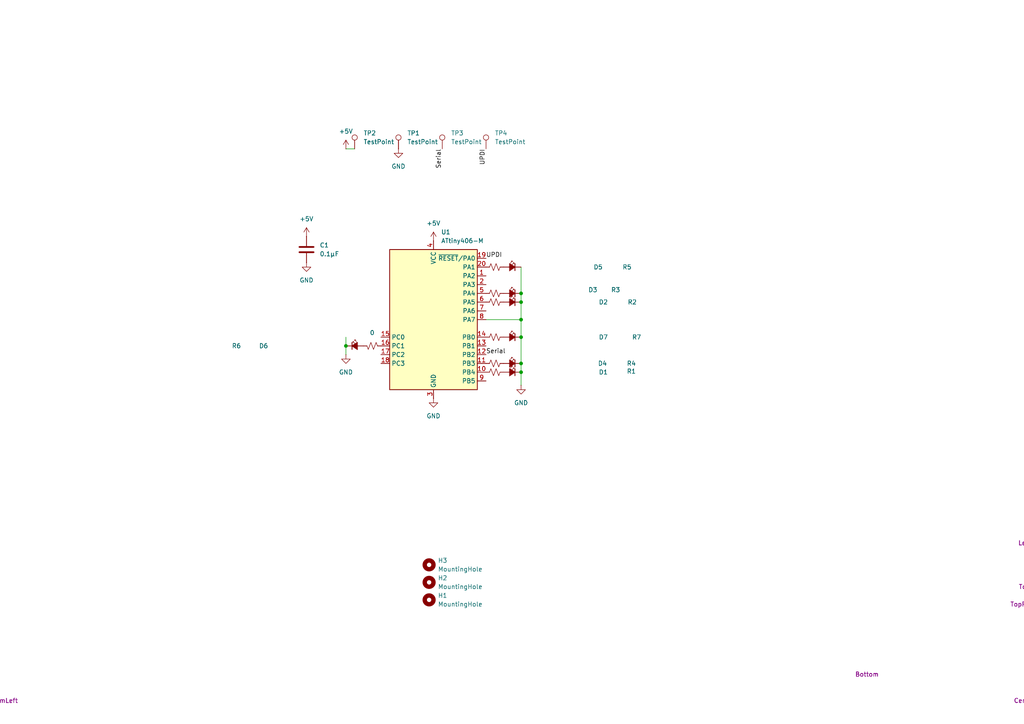
<source format=kicad_sch>
(kicad_sch (version 20231120) (generator "eeschema") (generator_version "8.0")
  (paper "A4")
  (lib_symbols
    (symbol "Connector:TestPoint" (pin_numbers hide) (pin_names (offset 0.762) hide)
      (property "Reference" "TP" (at 0 6.858 0))
      (property "Value" "TestPoint" (at 0 5.08 0))
      (symbol "TestPoint_0_1"
        (circle (center 0 3.302) (radius 0.762))
      )
      (symbol "TestPoint_1_1"
        (pin passive line (at 0 0 90) (length 2.54) (name "1") (number "1"))
      )
    )
    (symbol "Device:C" (pin_numbers hide) (pin_names (offset 0.254))
      (property "Reference" "C" (at 0.635 2.54 0))
      (property "Value" "C" (at 0.635 -2.54 0))
      (symbol "C_0_1"
        (polyline (pts (xy -2.032 -0.762) (xy 2.032 -0.762)) (stroke (width 0.508)))
        (polyline (pts (xy -2.032 0.762) (xy 2.032 0.762)) (stroke (width 0.508)))
      )
      (symbol "C_1_1"
        (pin passive line (at 0 3.81 270) (length 2.794) (name "~") (number "1"))
        (pin passive line (at 0 -3.81 90) (length 2.794) (name "~") (number "2"))
      )
    )
    (symbol "Device:LED_Small_Filled" (pin_numbers hide) (pin_names (offset 0.254) hide)
      (property "Reference" "D" (at -1.27 3.175 0))
      (property "Value" "LED_Small_Filled" (at -4.445 -2.54 0))
      (symbol "LED_Small_Filled_0_1"
        (polyline (pts (xy -0.762 -1.016) (xy -0.762 1.016)) (stroke (width 0.254)))
        (polyline (pts (xy 1.016 0) (xy -0.762 0)))
        (polyline (pts (xy 0.762 -1.016) (xy -0.762 0) (xy 0.762 1.016) (xy 0.762 -1.016)) (stroke (width 0.254)) (fill (type outline)))
        (polyline (pts (xy 0 0.762) (xy -0.508 1.27) (xy -0.254 1.27) (xy -0.508 1.27) (xy -0.508 1.016)))
        (polyline (pts (xy 0.508 1.27) (xy 0 1.778) (xy 0.254 1.778) (xy 0 1.778) (xy 0 1.524)))
      )
      (symbol "LED_Small_Filled_1_1"
        (pin passive line (at -2.54 0 0) (length 1.778) (name "K") (number "1"))
        (pin passive line (at 2.54 0 180) (length 1.778) (name "A") (number "2"))
      )
    )
    (symbol "Device:R_Small_US" (pin_numbers hide) (pin_names (offset 0.254) hide)
      (property "Reference" "R" (at 0.762 0.508 0))
      (property "Value" "R_Small_US" (at 0.762 -1.016 0))
      (symbol "R_Small_US_1_1"
        (polyline (pts (xy 0 0) (xy 1.016 -0.381) (xy 0 -0.762) (xy -1.016 -1.143) (xy 0 -1.524)))
        (polyline (pts (xy 0 1.524) (xy 1.016 1.143) (xy 0 0.762) (xy -1.016 0.381) (xy 0 0)))
        (pin passive line (at 0 2.54 270) (length 1.016) (name "~") (number "1"))
        (pin passive line (at 0 -2.54 90) (length 1.016) (name "~") (number "2"))
      )
    )
    (symbol "MCU_Microchip_ATtiny:ATtiny406-M"
      (property "Reference" "U" (at -12.7 21.59 0))
      (property "Value" "ATtiny406-M" (at 2.54 -21.59 0))
      (symbol "ATtiny406-M_0_1"
        (rectangle (start -12.7 -20.32) (end 12.7 20.32) (stroke (width 0.254)) (fill (type background)))
      )
      (symbol "ATtiny406-M_1_1"
        (pin bidirectional line (at 15.24 12.7 180) (length 2.54) (name "PA2") (number "1"))
        (pin bidirectional line (at 15.24 -15.24 180) (length 2.54) (name "PB4") (number "10"))
        (pin bidirectional line (at 15.24 -12.7 180) (length 2.54) (name "PB3") (number "11"))
        (pin bidirectional line (at 15.24 -10.16 180) (length 2.54) (name "PB2") (number "12"))
        (pin bidirectional line (at 15.24 -7.62 180) (length 2.54) (name "PB1") (number "13"))
        (pin bidirectional line (at 15.24 -5.08 180) (length 2.54) (name "PB0") (number "14"))
        (pin bidirectional line (at -15.24 -5.08 0) (length 2.54) (name "PC0") (number "15"))
        (pin bidirectional line (at -15.24 -7.62 0) (length 2.54) (name "PC1") (number "16"))
        (pin bidirectional line (at -15.24 -10.16 0) (length 2.54) (name "PC2") (number "17"))
        (pin bidirectional line (at -15.24 -12.7 0) (length 2.54) (name "PC3") (number "18"))
        (pin bidirectional line (at 15.24 17.78 180) (length 2.54) (name "~{RESET}/PA0") (number "19"))
        (pin bidirectional line (at 15.24 10.16 180) (length 2.54) (name "PA3") (number "2"))
        (pin bidirectional line (at 15.24 15.24 180) (length 2.54) (name "PA1") (number "20"))
        (pin passive line (at 0 -22.86 90) (length 2.54) hide (name "GND") (number "21"))
        (pin power_in line (at 0 -22.86 90) (length 2.54) (name "GND") (number "3"))
        (pin power_in line (at 0 22.86 270) (length 2.54) (name "VCC") (number "4"))
        (pin bidirectional line (at 15.24 7.62 180) (length 2.54) (name "PA4") (number "5"))
        (pin bidirectional line (at 15.24 5.08 180) (length 2.54) (name "PA5") (number "6"))
        (pin bidirectional line (at 15.24 2.54 180) (length 2.54) (name "PA6") (number "7"))
        (pin bidirectional line (at 15.24 0 180) (length 2.54) (name "PA7") (number "8"))
        (pin bidirectional line (at 15.24 -17.78 180) (length 2.54) (name "PB5") (number "9"))
      )
    )
    (symbol "Mechanical:MountingHole" (pin_names (offset 1.016)) (exclude_from_sim yes) (in_bom no)
      (property "Reference" "H" (at 0 5.08 0))
      (property "Value" "MountingHole" (at 0 3.175 0))
      (symbol "MountingHole_0_1"
        (circle (center 0 0) (radius 1.27) (stroke (width 1.27)))
      )
    )
    (symbol "power:+5V" (power) (pin_numbers hide) (pin_names (offset 0) hide)
      (property "Value" "+5V" (at 0 3.556 0))
      (symbol "+5V_0_1"
        (polyline (pts (xy -0.762 1.27) (xy 0 2.54)))
        (polyline (pts (xy 0 0) (xy 0 2.54)))
        (polyline (pts (xy 0 2.54) (xy 0.762 1.27)))
      )
      (symbol "+5V_1_1"
        (pin power_in line (at 0 0 90) (length 0) (name "~") (number "1"))
      )
    )
    (symbol "power:GND" (power) (pin_numbers hide) (pin_names (offset 0) hide)
      (property "Value" "GND" (at 0 -3.81 0))
      (symbol "GND_0_1"
        (polyline (pts (xy 0 0) (xy 0 -1.27) (xy 1.27 -1.27) (xy 0 -2.54) (xy -1.27 -1.27) (xy 0 -1.27)))
      )
      (symbol "GND_1_1"
        (pin power_in line (at 0 0 270) (length 0) (name "~") (number "1"))
      )
    )
  )
  (junction (at 151.13 105.41))
  (junction (at 151.13 107.95))
  (junction (at 151.13 85.09))
  (junction (at 100.33 100.33))
  (junction (at 151.13 97.79))
  (junction (at 151.13 87.63))
  (junction (at 151.13 92.71))
  (wire (pts (xy 151.13 92.71) (xy 151.13 97.79)))
  (wire (pts (xy 100.33 43.18) (xy 102.87 43.18)))
  (wire (pts (xy 151.13 77.47) (xy 151.13 85.09)))
  (wire (pts (xy 100.33 100.33) (xy 100.33 102.87)))
  (wire (pts (xy 100.33 97.79) (xy 100.33 100.33)))
  (wire (pts (xy 140.97 92.71) (xy 151.13 92.71)))
  (wire (pts (xy 151.13 87.63) (xy 151.13 92.71)))
  (wire (pts (xy 151.13 97.79) (xy 151.13 105.41)))
  (wire (pts (xy 151.13 85.09) (xy 151.13 87.63)))
  (wire (pts (xy 151.13 107.95) (xy 151.13 111.76)))
  (wire (pts (xy 151.13 105.41) (xy 151.13 107.95)))
  (label "UPDI" (at 140.97 74.93 0))
  (label "Serial" (at 128.27 43.18 270))
  (label "Serial" (at 140.97 102.87 0))
  (label "UPDI" (at 140.97 43.18 270))
  (symbol (lib_id "Device:C") (at 88.9 72.39 0) (unit 1)
    (property "Reference" "C1" (at 92.71 71.1199 0) (effects (justify left)))
    (property "Value" "0.1μF" (at 92.71 73.6599 0) (effects (justify left)))
    (property "Footprint" "JSK:R_0402_1005Metric_short_lines" (effects (hide yes)))
    (property "Description" "Unpolarized capacitor" (effects (hide yes)))
  )
  (symbol (lib_id "Device:R_Small_US") (at 143.51 77.47 90) (unit 1)
    (property "Reference" "R5" (at 181.864 77.47 90))
    (property "Value" "0" (effects (hide yes)))
    (property "Footprint" "JSK:Jumpered_R_0402_1005Metric" (effects (hide yes)))
    (property "Description" "Resistor, small US symbol" (effects (hide yes)))
  )
  (symbol (lib_id "Connector:TestPoint") (at 128.27 43.18 0) (unit 1)
    (property "Reference" "TP3" (at 130.81 38.6079 0) (effects (justify left)))
    (property "Value" "TestPoint" (at 130.81 41.1479 0) (effects (justify left)))
    (property "Footprint" "JSK:0.5mm-pogo-pad" (effects (hide yes)))
    (property "Description" "test point" (effects (hide yes)))
  )
  (symbol (lib_id "power:GND") (at 151.13 111.76 0) (unit 1)
    (property "Reference" "#PWR01009" (effects (hide yes)))
    (property "Value" "GND" (at 151.13 116.84 0))
    (property "Description" "Power symbol creates a global label with name \"GND\" , ground" (effects (hide yes)))
  )
  (symbol (lib_id "power:+5V") (at 125.73 69.85 0) (unit 1)
    (property "Reference" "#PWR01001" (effects (hide yes)))
    (property "Value" "+5V" (at 125.73 64.77 0))
    (property "Description" "Power symbol creates a global label with name \"+5V\"" (effects (hide yes)))
  )
  (symbol (lib_id "Device:LED_Small_Filled") (at 102.87 100.33 0) (unit 1)
    (property "Reference" "D6" (at 76.454 100.33 0))
    (property "Value" "LED_Small_Filled" (effects (hide yes)))
    (property "Footprint" "JSK:LED_0402_1005Metric" (effects (hide yes)))
    (property "Description" "Light emitting diode, small symbol, filled shape" (effects (hide yes)))
    (property "Position" "BottomLeft" (at 0 203.2 0))
  )
  (symbol (lib_id "Device:LED_Small_Filled") (at 148.59 105.41 0) (mirror y) (unit 1)
    (property "Reference" "D4" (at 174.752 105.41 0))
    (property "Value" "LED_Small_Filled" (effects (hide yes)))
    (property "Footprint" "JSK:LED_0402_1005Metric" (effects (hide yes)))
    (property "Description" "Light emitting diode, small symbol, filled shape" (effects (hide yes)))
    (property "Position" "Center" (at 297.18 203.2 0))
  )
  (symbol (lib_id "MCU_Microchip_ATtiny:ATtiny406-M") (at 125.73 92.71 0) (unit 1)
    (property "Reference" "U1" (at 127.9241 67.31 0) (effects (justify left)))
    (property "Value" "ATtiny406-M" (at 127.9241 69.85 0) (effects (justify left)))
    (property "Footprint" "JSK:extra_clearence_VQFN-20-1EP_3x3mm_P0.4mm_EP1.7x1.7mm" (effects (hide yes)))
    (property "Datasheet" "http://ww1.microchip.com/downloads/en/DeviceDoc/Microchip%208bit%20mcu%20AVR%20ATtiny406%20data%20sheet%2040001976A.pdf" (effects (hide yes)))
    (property "Description" "20MHz, 4kB Flash, 256B SRAM, 128B EEPROM, VQFN-20" (effects (hide yes)))
  )
  (symbol (lib_id "power:GND") (at 115.57 43.18 0) (unit 1)
    (property "Reference" "#PWR01008" (effects (hide yes)))
    (property "Value" "GND" (at 115.57 48.26 0))
    (property "Description" "Power symbol creates a global label with name \"GND\" , ground" (effects (hide yes)))
  )
  (symbol (lib_id "Device:LED_Small_Filled") (at 148.59 97.79 0) (mirror y) (unit 1)
    (property "Reference" "D7" (at 175.006 97.79 0))
    (property "Value" "LED_Small_Filled" (effects (hide yes)))
    (property "Footprint" "JSK:LED_0402_1005Metric" (effects (hide yes)))
    (property "Description" "Light emitting diode, small symbol, filled shape" (effects (hide yes)))
    (property "Position" "Bottom" (at 251.46 195.58 0))
  )
  (symbol (lib_id "Device:R_Small_US") (at 143.51 105.41 90) (unit 1)
    (property "Reference" "R4" (at 183.134 105.41 90))
    (property "Value" "0" (effects (hide yes)))
    (property "Footprint" "JSK:Jumpered_R_0402_1005Metric" (effects (hide yes)))
    (property "Description" "Resistor, small US symbol" (effects (hide yes)))
  )
  (symbol (lib_id "Device:LED_Small_Filled") (at 148.59 77.47 0) (mirror y) (unit 1)
    (property "Reference" "D5" (at 173.482 77.47 0))
    (property "Value" "LED_Small_Filled" (effects (hide yes)))
    (property "Footprint" "JSK:LED_0402_1005Metric" (effects (hide yes)))
    (property "Description" "Light emitting diode, small symbol, filled shape" (effects (hide yes)))
    (property "Position" "Left" (at 297.18 157.48 0))
  )
  (symbol (lib_id "power:+5V") (at 88.9 68.58 0) (unit 1)
    (property "Reference" "#PWR01005" (effects (hide yes)))
    (property "Value" "+5V" (at 88.9 63.5 0))
    (property "Description" "Power symbol creates a global label with name \"+5V\"" (effects (hide yes)))
  )
  (symbol (lib_id "Device:R_Small_US") (at 143.51 97.79 90) (unit 1)
    (property "Reference" "R7" (at 184.658 97.79 90))
    (property "Value" "0" (effects (hide yes)))
    (property "Footprint" "JSK:Jumpered_R_0402_1005Metric" (effects (hide yes)))
    (property "Description" "Resistor, small US symbol" (effects (hide yes)))
  )
  (symbol (lib_id "power:GND") (at 125.73 115.57 0) (unit 1)
    (property "Reference" "#PWR01002" (effects (hide yes)))
    (property "Value" "GND" (at 125.73 120.65 0))
    (property "Description" "Power symbol creates a global label with name \"GND\" , ground" (effects (hide yes)))
  )
  (symbol (lib_id "Device:R_Small_US") (at 107.95 100.33 270) (mirror x) (unit 1)
    (property "Reference" "R6" (at 68.58 100.33 90))
    (property "Value" "0" (at 107.95 96.52 90))
    (property "Footprint" "JSK:Jumpered_R_0402_1005Metric" (effects (hide yes)))
    (property "Description" "Resistor, small US symbol" (effects (hide yes)))
  )
  (symbol (lib_id "Mechanical:MountingHole") (at 124.46 168.91 0) (unit 1) (exclude_from_sim yes) (in_bom no)
    (property "Reference" "H2" (at 127 167.6399 0) (effects (justify left)))
    (property "Value" "MountingHole" (at 127 170.1799 0) (effects (justify left)))
    (property "Footprint" "JSK:0.5 npth" (effects (hide yes)))
    (property "Description" "Mounting Hole without connection" (effects (hide yes)))
  )
  (symbol (lib_id "Connector:TestPoint") (at 115.57 43.18 0) (unit 1)
    (property "Reference" "TP1" (at 118.11 38.6079 0) (effects (justify left)))
    (property "Value" "TestPoint" (at 118.11 41.1479 0) (effects (justify left)))
    (property "Footprint" "JSK:0.5mm-pogo-pad" (effects (hide yes)))
    (property "Description" "test point" (effects (hide yes)))
  )
  (symbol (lib_id "Connector:TestPoint") (at 102.87 43.18 0) (unit 1)
    (property "Reference" "TP2" (at 105.41 38.6079 0) (effects (justify left)))
    (property "Value" "TestPoint" (at 105.41 41.1479 0) (effects (justify left)))
    (property "Footprint" "JSK:0.5mm-pogo-pad" (effects (hide yes)))
    (property "Description" "test point" (effects (hide yes)))
  )
  (symbol (lib_id "Device:LED_Small_Filled") (at 148.59 85.09 0) (mirror y) (unit 1)
    (property "Reference" "D3" (at 171.958 84.074 0))
    (property "Value" "LED_Small_Filled" (effects (hide yes)))
    (property "Footprint" "JSK:LED_0402_1005Metric" (effects (hide yes)))
    (property "Description" "Light emitting diode, small symbol, filled shape" (effects (hide yes)))
    (property "Position" "Top" (at 297.18 170.18 0))
  )
  (symbol (lib_id "Device:R_Small_US") (at 143.51 107.95 90) (unit 1)
    (property "Reference" "R1" (at 183.134 107.696 90))
    (property "Value" "0" (effects (hide yes)))
    (property "Footprint" "JSK:Jumpered_R_0402_1005Metric" (effects (hide yes)))
    (property "Description" "Resistor, small US symbol" (effects (hide yes)))
  )
  (symbol (lib_id "Mechanical:MountingHole") (at 124.46 173.99 0) (unit 1) (exclude_from_sim yes) (in_bom no)
    (property "Reference" "H1" (at 127 172.7199 0) (effects (justify left)))
    (property "Value" "MountingHole" (at 127 175.2599 0) (effects (justify left)))
    (property "Footprint" "JSK:0.5 npth" (effects (hide yes)))
    (property "Description" "Mounting Hole without connection" (effects (hide yes)))
  )
  (symbol (lib_id "Device:R_Small_US") (at 143.51 85.09 90) (unit 1)
    (property "Reference" "R3" (at 178.562 84.074 90))
    (property "Value" "0" (effects (hide yes)))
    (property "Footprint" "JSK:Jumpered_R_0402_1005Metric" (effects (hide yes)))
    (property "Description" "Resistor, small US symbol" (effects (hide yes)))
  )
  (symbol (lib_id "power:GND") (at 100.33 102.87 0) (mirror y) (unit 1)
    (property "Reference" "#PWR01004" (effects (hide yes)))
    (property "Value" "GND" (at 100.33 107.95 0))
    (property "Description" "Power symbol creates a global label with name \"GND\" , ground" (effects (hide yes)))
  )
  (symbol (lib_id "power:+5V") (at 100.33 43.18 0) (unit 1)
    (property "Reference" "#PWR01007" (effects (hide yes)))
    (property "Value" "+5V" (at 100.33 38.1 0))
    (property "Description" "Power symbol creates a global label with name \"+5V\"" (effects (hide yes)))
  )
  (symbol (lib_id "Device:R_Small_US") (at 143.51 87.63 90) (unit 1)
    (property "Reference" "R2" (at 183.388 87.63 90))
    (property "Value" "0" (effects (hide yes)))
    (property "Footprint" "JSK:Jumpered_R_0402_1005Metric" (effects (hide yes)))
    (property "Description" "Resistor, small US symbol" (effects (hide yes)))
  )
  (symbol (lib_id "Device:LED_Small_Filled") (at 148.59 87.63 0) (mirror y) (unit 1)
    (property "Reference" "D2" (at 175.006 87.63 0))
    (property "Value" "LED_Small_Filled" (effects (hide yes)))
    (property "Footprint" "JSK:LED_0402_1005Metric" (effects (hide yes)))
    (property "Description" "Light emitting diode, small symbol, filled shape" (effects (hide yes)))
    (property "Position" "TopRight" (at 297.18 175.26 0))
  )
  (symbol (lib_id "Mechanical:MountingHole") (at 124.46 163.83 0) (unit 1) (exclude_from_sim yes) (in_bom no)
    (property "Reference" "H3" (at 127 162.5599 0) (effects (justify left)))
    (property "Value" "MountingHole" (at 127 165.0999 0) (effects (justify left)))
    (property "Footprint" "JSK:0.5 npth" (effects (hide yes)))
    (property "Description" "Mounting Hole without connection" (effects (hide yes)))
  )
  (symbol (lib_id "Device:LED_Small_Filled") (at 148.59 107.95 0) (mirror y) (unit 1)
    (property "Reference" "D1" (at 175.006 107.95 0))
    (property "Value" "LED_Small_Filled" (effects (hide yes)))
    (property "Footprint" "JSK:LED_0402_1005Metric" (effects (hide yes)))
    (property "Description" "Light emitting diode, small symbol, filled shape" (effects (hide yes)))
    (property "Position" "Right" (at 297.18 215.9 0))
  )
  (symbol (lib_id "Connector:TestPoint") (at 140.97 43.18 0) (unit 1)
    (property "Reference" "TP4" (at 143.51 38.6079 0) (effects (justify left)))
    (property "Value" "TestPoint" (at 143.51 41.1479 0) (effects (justify left)))
    (property "Footprint" "JSK:0.5mm-pogo-pad" (effects (hide yes)))
    (property "Description" "test point" (effects (hide yes)))
  )
  (symbol (lib_id "power:GND") (at 88.9 76.2 0) (unit 1)
    (property "Reference" "#PWR01006" (effects (hide yes)))
    (property "Value" "GND" (at 88.9 81.28 0))
    (property "Description" "Power symbol creates a global label with name \"GND\" , ground" (effects (hide yes)))
  )
)
</source>
